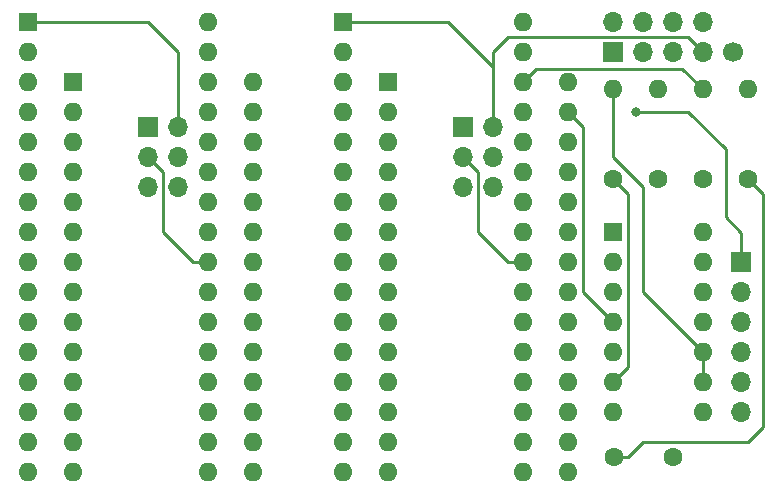
<source format=gbr>
%TF.GenerationSoftware,KiCad,Pcbnew,6.0.0-d3dd2cf0fa~116~ubuntu21.10.1*%
%TF.CreationDate,2022-01-11T21:52:59+01:00*%
%TF.ProjectId,QL_ROM_internal_V2,514c5f52-4f4d-45f6-996e-7465726e616c,rev?*%
%TF.SameCoordinates,Original*%
%TF.FileFunction,Copper,L1,Top*%
%TF.FilePolarity,Positive*%
%FSLAX46Y46*%
G04 Gerber Fmt 4.6, Leading zero omitted, Abs format (unit mm)*
G04 Created by KiCad (PCBNEW 6.0.0-d3dd2cf0fa~116~ubuntu21.10.1) date 2022-01-11 21:52:59*
%MOMM*%
%LPD*%
G01*
G04 APERTURE LIST*
%TA.AperFunction,ComponentPad*%
%ADD10C,1.600000*%
%TD*%
%TA.AperFunction,ComponentPad*%
%ADD11O,1.600000X1.600000*%
%TD*%
%TA.AperFunction,ComponentPad*%
%ADD12R,1.600000X1.600000*%
%TD*%
%TA.AperFunction,ComponentPad*%
%ADD13R,1.700000X1.700000*%
%TD*%
%TA.AperFunction,ComponentPad*%
%ADD14O,1.700000X1.700000*%
%TD*%
%TA.AperFunction,ComponentPad*%
%ADD15C,1.700000*%
%TD*%
%TA.AperFunction,ViaPad*%
%ADD16C,0.800000*%
%TD*%
%TA.AperFunction,Conductor*%
%ADD17C,0.250000*%
%TD*%
G04 APERTURE END LIST*
D10*
%TO.P,R4,1*%
%TO.N,GND*%
X160020000Y-71120000D03*
D11*
%TO.P,R4,2*%
%TO.N,/A18*%
X160020000Y-63500000D03*
%TD*%
D12*
%TO.P,U5,1,A18*%
%TO.N,Net-(J3-Pad2)*%
X99060000Y-57785000D03*
D11*
%TO.P,U5,2,A16*%
%TO.N,Net-(J3-Pad6)*%
X99060000Y-60325000D03*
%TO.P,U5,3,A15*%
%TO.N,/A1*%
X99060000Y-62865000D03*
%TO.P,U5,4,A12*%
%TO.N,Net-(U4-Pad2)*%
X99060000Y-65405000D03*
%TO.P,U5,5,A7*%
%TO.N,Net-(U4-Pad3)*%
X99060000Y-67945000D03*
%TO.P,U5,6,A6*%
%TO.N,Net-(U4-Pad4)*%
X99060000Y-70485000D03*
%TO.P,U5,7,A5*%
%TO.N,Net-(U4-Pad5)*%
X99060000Y-73025000D03*
%TO.P,U5,8,A4*%
%TO.N,Net-(U4-Pad6)*%
X99060000Y-75565000D03*
%TO.P,U5,9,A3*%
%TO.N,Net-(U4-Pad7)*%
X99060000Y-78105000D03*
%TO.P,U5,10,A2*%
%TO.N,Net-(U4-Pad8)*%
X99060000Y-80645000D03*
%TO.P,U5,11,A1*%
%TO.N,Net-(U4-Pad9)*%
X99060000Y-83185000D03*
%TO.P,U5,12,A0*%
%TO.N,Net-(U4-Pad10)*%
X99060000Y-85725000D03*
%TO.P,U5,13,D0*%
%TO.N,Net-(U4-Pad11)*%
X99060000Y-88265000D03*
%TO.P,U5,14,D1*%
%TO.N,Net-(U4-Pad12)*%
X99060000Y-90805000D03*
%TO.P,U5,15,D2*%
%TO.N,Net-(U4-Pad13)*%
X99060000Y-93345000D03*
%TO.P,U5,16,GND*%
%TO.N,Net-(U4-Pad14)*%
X99060000Y-95885000D03*
%TO.P,U5,17,D3*%
%TO.N,Net-(U4-Pad15)*%
X114300000Y-95885000D03*
%TO.P,U5,18,D4*%
%TO.N,Net-(U4-Pad16)*%
X114300000Y-93345000D03*
%TO.P,U5,19,D5*%
%TO.N,Net-(U4-Pad17)*%
X114300000Y-90805000D03*
%TO.P,U5,20,D6*%
%TO.N,Net-(U4-Pad18)*%
X114300000Y-88265000D03*
%TO.P,U5,21,D7*%
%TO.N,Net-(U4-Pad19)*%
X114300000Y-85725000D03*
%TO.P,U5,22,~{CS1}*%
%TO.N,Net-(J3-Pad5)*%
X114300000Y-83185000D03*
%TO.P,U5,23,A10*%
%TO.N,/A2*%
X114300000Y-80645000D03*
%TO.P,U5,24,~{OE}*%
%TO.N,Net-(J3-Pad3)*%
X114300000Y-78105000D03*
%TO.P,U5,25,A11*%
%TO.N,/A4*%
X114300000Y-75565000D03*
%TO.P,U5,26,A9*%
%TO.N,/A5*%
X114300000Y-73025000D03*
%TO.P,U5,27,A8*%
%TO.N,/A6*%
X114300000Y-70485000D03*
%TO.P,U5,28,A13*%
%TO.N,Net-(U4-Pad26)*%
X114300000Y-67945000D03*
%TO.P,U5,29,A14*%
%TO.N,Net-(U4-Pad27)*%
X114300000Y-65405000D03*
%TO.P,U5,30,A17*%
%TO.N,Net-(J3-Pad4)*%
X114300000Y-62865000D03*
%TO.P,U5,31,~{WR}*%
%TO.N,Net-(J3-Pad1)*%
X114300000Y-60325000D03*
%TO.P,U5,32,VCC*%
%TO.N,Net-(U4-Pad28)*%
X114300000Y-57785000D03*
%TD*%
D10*
%TO.P,R1,1*%
%TO.N,Net-(R1-Pad1)*%
X148590000Y-71120000D03*
D11*
%TO.P,R1,2*%
%TO.N,Net-(J1-Pad1)*%
X148590000Y-63500000D03*
%TD*%
D12*
%TO.P,U1,1,VPP*%
%TO.N,unconnected-(U1-Pad1)*%
X129530000Y-62875000D03*
D11*
%TO.P,U1,2,A12*%
%TO.N,/A12*%
X129530000Y-65415000D03*
%TO.P,U1,3,A7*%
%TO.N,/A7*%
X129530000Y-67955000D03*
%TO.P,U1,4,A6*%
%TO.N,/A6*%
X129530000Y-70495000D03*
%TO.P,U1,5,A5*%
%TO.N,/A5*%
X129530000Y-73035000D03*
%TO.P,U1,6,A4*%
%TO.N,/A4*%
X129530000Y-75575000D03*
%TO.P,U1,7,A3*%
%TO.N,/A3*%
X129530000Y-78115000D03*
%TO.P,U1,8,A2*%
%TO.N,/A2*%
X129530000Y-80655000D03*
%TO.P,U1,9,A1*%
%TO.N,/A1*%
X129530000Y-83195000D03*
%TO.P,U1,10,A0*%
%TO.N,/A0*%
X129530000Y-85735000D03*
%TO.P,U1,11,D0*%
%TO.N,/D0*%
X129530000Y-88275000D03*
%TO.P,U1,12,D1*%
%TO.N,/D1*%
X129530000Y-90815000D03*
%TO.P,U1,13,D2*%
%TO.N,/D2*%
X129530000Y-93355000D03*
%TO.P,U1,14,GND*%
%TO.N,GND*%
X129530000Y-95895000D03*
%TO.P,U1,15,D3*%
%TO.N,/D3*%
X144770000Y-95895000D03*
%TO.P,U1,16,D4*%
%TO.N,/D4*%
X144770000Y-93355000D03*
%TO.P,U1,17,D5*%
%TO.N,/D5*%
X144770000Y-90815000D03*
%TO.P,U1,18,D6*%
%TO.N,/D6*%
X144770000Y-88275000D03*
%TO.P,U1,19,D7*%
%TO.N,/D7*%
X144770000Y-85735000D03*
%TO.P,U1,20,~{CE}*%
%TO.N,/A15*%
X144770000Y-83195000D03*
%TO.P,U1,21,A10*%
%TO.N,/A10*%
X144770000Y-80655000D03*
%TO.P,U1,22,~{OE}*%
%TO.N,Net-(U1-Pad22)*%
X144770000Y-78115000D03*
%TO.P,U1,23,A11*%
%TO.N,/A11*%
X144770000Y-75575000D03*
%TO.P,U1,24,A9*%
%TO.N,/A9*%
X144770000Y-73035000D03*
%TO.P,U1,25,A8*%
%TO.N,/A8*%
X144770000Y-70495000D03*
%TO.P,U1,26,A13*%
%TO.N,/A13*%
X144770000Y-67955000D03*
%TO.P,U1,27,A14*%
%TO.N,/A14*%
X144770000Y-65415000D03*
%TO.P,U1,28,VCC*%
%TO.N,VCC*%
X144770000Y-62875000D03*
%TD*%
D12*
%TO.P,U3,1*%
%TO.N,Net-(U1-Pad22)*%
X148600000Y-75560000D03*
D11*
%TO.P,U3,2*%
X148600000Y-78100000D03*
%TO.P,U3,3*%
%TO.N,Net-(J2-Pad4)*%
X148600000Y-80640000D03*
%TO.P,U3,4*%
%TO.N,/A14*%
X148600000Y-83180000D03*
%TO.P,U3,5*%
%TO.N,/A15*%
X148600000Y-85720000D03*
%TO.P,U3,6*%
%TO.N,Net-(R1-Pad1)*%
X148600000Y-88260000D03*
%TO.P,U3,7,GND*%
%TO.N,GND*%
X148600000Y-90800000D03*
%TO.P,U3,8*%
%TO.N,Net-(J2-Pad6)*%
X156220000Y-90800000D03*
%TO.P,U3,9*%
%TO.N,Net-(J1-Pad1)*%
X156220000Y-88260000D03*
%TO.P,U3,10*%
X156220000Y-85720000D03*
%TO.P,U3,11*%
%TO.N,unconnected-(U3-Pad11)*%
X156220000Y-83180000D03*
%TO.P,U3,12*%
%TO.N,unconnected-(U3-Pad12)*%
X156220000Y-80640000D03*
%TO.P,U3,13*%
%TO.N,unconnected-(U3-Pad13)*%
X156220000Y-78100000D03*
%TO.P,U3,14,VCC*%
%TO.N,VCC*%
X156220000Y-75560000D03*
%TD*%
D13*
%TO.P,J2,1,Pin_1*%
%TO.N,Net-(J2-Pad1)*%
X159455000Y-78105000D03*
D14*
%TO.P,J2,2,Pin_2*%
%TO.N,VCC*%
X159455000Y-80645000D03*
%TO.P,J2,3,Pin_3*%
%TO.N,Net-(J2-Pad3)*%
X159455000Y-83185000D03*
%TO.P,J2,4,Pin_4*%
%TO.N,Net-(J2-Pad4)*%
X159455000Y-85725000D03*
%TO.P,J2,5,Pin_5*%
%TO.N,Net-(J2-Pad5)*%
X159455000Y-88265000D03*
%TO.P,J2,6,Pin_6*%
%TO.N,Net-(J2-Pad6)*%
X159455000Y-90805000D03*
%TD*%
D13*
%TO.P,J3,1,Pin_1*%
%TO.N,Net-(J3-Pad1)*%
X109215000Y-66690000D03*
D14*
%TO.P,J3,2,Pin_2*%
%TO.N,Net-(J3-Pad2)*%
X111755000Y-66690000D03*
%TO.P,J3,3,Pin_3*%
%TO.N,Net-(J3-Pad3)*%
X109215000Y-69230000D03*
%TO.P,J3,4,Pin_4*%
%TO.N,Net-(J3-Pad4)*%
X111755000Y-69230000D03*
%TO.P,J3,5,Pin_5*%
%TO.N,Net-(J3-Pad5)*%
X109215000Y-71770000D03*
%TO.P,J3,6,Pin_6*%
%TO.N,Net-(J3-Pad6)*%
X111755000Y-71770000D03*
%TD*%
D10*
%TO.P,R3,1*%
%TO.N,GND*%
X156210000Y-71120000D03*
D11*
%TO.P,R3,2*%
%TO.N,/A17*%
X156210000Y-63500000D03*
%TD*%
D13*
%TO.P,J1,1,Pin_1*%
%TO.N,Net-(J1-Pad1)*%
X148600000Y-60325000D03*
D14*
%TO.P,J1,2,Pin_2*%
%TO.N,VCC*%
X148600000Y-57785000D03*
%TO.P,J1,3,Pin_3*%
%TO.N,/A16*%
X151140000Y-60325000D03*
%TO.P,J1,4,Pin_4*%
%TO.N,VCC*%
X151140000Y-57785000D03*
%TO.P,J1,5,Pin_5*%
%TO.N,/A17*%
X153680000Y-60325000D03*
%TO.P,J1,6,Pin_6*%
%TO.N,VCC*%
X153680000Y-57785000D03*
%TO.P,J1,7,Pin_7*%
%TO.N,/A18*%
X156220000Y-60325000D03*
%TO.P,J1,8,Pin_8*%
%TO.N,VCC*%
X156220000Y-57785000D03*
%TD*%
D12*
%TO.P,U2,1,A18*%
%TO.N,/A18*%
X125725000Y-57785000D03*
D11*
%TO.P,U2,2,A16*%
%TO.N,/A16*%
X125725000Y-60325000D03*
%TO.P,U2,3,A15*%
%TO.N,/A15*%
X125725000Y-62865000D03*
%TO.P,U2,4,A12*%
%TO.N,/A12*%
X125725000Y-65405000D03*
%TO.P,U2,5,A7*%
%TO.N,/A7*%
X125725000Y-67945000D03*
%TO.P,U2,6,A6*%
%TO.N,/A6*%
X125725000Y-70485000D03*
%TO.P,U2,7,A5*%
%TO.N,/A5*%
X125725000Y-73025000D03*
%TO.P,U2,8,A4*%
%TO.N,/A4*%
X125725000Y-75565000D03*
%TO.P,U2,9,A3*%
%TO.N,/A3*%
X125725000Y-78105000D03*
%TO.P,U2,10,A2*%
%TO.N,/A2*%
X125725000Y-80645000D03*
%TO.P,U2,11,A1*%
%TO.N,/A1*%
X125725000Y-83185000D03*
%TO.P,U2,12,A0*%
%TO.N,/A0*%
X125725000Y-85725000D03*
%TO.P,U2,13,D0*%
%TO.N,/D0*%
X125725000Y-88265000D03*
%TO.P,U2,14,D1*%
%TO.N,/D1*%
X125725000Y-90805000D03*
%TO.P,U2,15,D2*%
%TO.N,/D2*%
X125725000Y-93345000D03*
%TO.P,U2,16,GND*%
%TO.N,GND*%
X125725000Y-95885000D03*
%TO.P,U2,17,D3*%
%TO.N,/D3*%
X140965000Y-95885000D03*
%TO.P,U2,18,D4*%
%TO.N,/D4*%
X140965000Y-93345000D03*
%TO.P,U2,19,D5*%
%TO.N,/D5*%
X140965000Y-90805000D03*
%TO.P,U2,20,D6*%
%TO.N,/D6*%
X140965000Y-88265000D03*
%TO.P,U2,21,D7*%
%TO.N,/D7*%
X140965000Y-85725000D03*
%TO.P,U2,22,~{CS1}*%
%TO.N,Net-(J2-Pad5)*%
X140965000Y-83185000D03*
%TO.P,U2,23,A10*%
%TO.N,/A10*%
X140965000Y-80645000D03*
%TO.P,U2,24,~{OE}*%
%TO.N,Net-(J2-Pad3)*%
X140965000Y-78105000D03*
%TO.P,U2,25,A11*%
%TO.N,/A11*%
X140965000Y-75565000D03*
%TO.P,U2,26,A9*%
%TO.N,/A9*%
X140965000Y-73025000D03*
%TO.P,U2,27,A8*%
%TO.N,/A8*%
X140965000Y-70485000D03*
%TO.P,U2,28,A13*%
%TO.N,/A13*%
X140965000Y-67945000D03*
%TO.P,U2,29,A14*%
%TO.N,/A14*%
X140965000Y-65405000D03*
%TO.P,U2,30,A17*%
%TO.N,/A17*%
X140965000Y-62865000D03*
%TO.P,U2,31,~{WR}*%
%TO.N,Net-(J2-Pad1)*%
X140965000Y-60325000D03*
%TO.P,U2,32,VCC*%
%TO.N,VCC*%
X140965000Y-57785000D03*
%TD*%
D10*
%TO.P,R2,1*%
%TO.N,GND*%
X152400000Y-71120000D03*
D11*
%TO.P,R2,2*%
%TO.N,/A16*%
X152400000Y-63500000D03*
%TD*%
D15*
%TO.P,J5,1,Pin_1*%
%TO.N,VCC*%
X158750000Y-60325000D03*
%TD*%
D10*
%TO.P,C1,1*%
%TO.N,VCC*%
X153630000Y-94615000D03*
%TO.P,C1,2*%
%TO.N,GND*%
X148630000Y-94615000D03*
%TD*%
D12*
%TO.P,U4,1,VPP*%
%TO.N,unconnected-(U4-Pad1)*%
X102870000Y-62865000D03*
D11*
%TO.P,U4,2,A12*%
%TO.N,Net-(U4-Pad2)*%
X102870000Y-65405000D03*
%TO.P,U4,3,A7*%
%TO.N,Net-(U4-Pad3)*%
X102870000Y-67945000D03*
%TO.P,U4,4,A6*%
%TO.N,Net-(U4-Pad4)*%
X102870000Y-70485000D03*
%TO.P,U4,5,A5*%
%TO.N,Net-(U4-Pad5)*%
X102870000Y-73025000D03*
%TO.P,U4,6,A4*%
%TO.N,Net-(U4-Pad6)*%
X102870000Y-75565000D03*
%TO.P,U4,7,A3*%
%TO.N,Net-(U4-Pad7)*%
X102870000Y-78105000D03*
%TO.P,U4,8,A2*%
%TO.N,Net-(U4-Pad8)*%
X102870000Y-80645000D03*
%TO.P,U4,9,A1*%
%TO.N,Net-(U4-Pad9)*%
X102870000Y-83185000D03*
%TO.P,U4,10,A0*%
%TO.N,Net-(U4-Pad10)*%
X102870000Y-85725000D03*
%TO.P,U4,11,D0*%
%TO.N,Net-(U4-Pad11)*%
X102870000Y-88265000D03*
%TO.P,U4,12,D1*%
%TO.N,Net-(U4-Pad12)*%
X102870000Y-90805000D03*
%TO.P,U4,13,D2*%
%TO.N,Net-(U4-Pad13)*%
X102870000Y-93345000D03*
%TO.P,U4,14,GND*%
%TO.N,Net-(U4-Pad14)*%
X102870000Y-95885000D03*
%TO.P,U4,15,D3*%
%TO.N,Net-(U4-Pad15)*%
X118110000Y-95885000D03*
%TO.P,U4,16,D4*%
%TO.N,Net-(U4-Pad16)*%
X118110000Y-93345000D03*
%TO.P,U4,17,D5*%
%TO.N,Net-(U4-Pad17)*%
X118110000Y-90805000D03*
%TO.P,U4,18,D6*%
%TO.N,Net-(U4-Pad18)*%
X118110000Y-88265000D03*
%TO.P,U4,19,D7*%
%TO.N,Net-(U4-Pad19)*%
X118110000Y-85725000D03*
%TO.P,U4,20,~{CE}*%
%TO.N,/A1*%
X118110000Y-83185000D03*
%TO.P,U4,21,A10*%
%TO.N,/A2*%
X118110000Y-80645000D03*
%TO.P,U4,22,~{OE}*%
%TO.N,/A3*%
X118110000Y-78105000D03*
%TO.P,U4,23,A11*%
%TO.N,/A4*%
X118110000Y-75565000D03*
%TO.P,U4,24,A9*%
%TO.N,/A5*%
X118110000Y-73025000D03*
%TO.P,U4,25,A8*%
%TO.N,/A6*%
X118110000Y-70485000D03*
%TO.P,U4,26,A13*%
%TO.N,Net-(U4-Pad26)*%
X118110000Y-67945000D03*
%TO.P,U4,27,A14*%
%TO.N,Net-(U4-Pad27)*%
X118110000Y-65405000D03*
%TO.P,U4,28,VCC*%
%TO.N,Net-(U4-Pad28)*%
X118110000Y-62865000D03*
%TD*%
D13*
%TO.P,J4,1,Pin_1*%
%TO.N,Net-(J2-Pad1)*%
X135880000Y-66690000D03*
D14*
%TO.P,J4,2,Pin_2*%
%TO.N,/A18*%
X138420000Y-66690000D03*
%TO.P,J4,3,Pin_3*%
%TO.N,Net-(J2-Pad3)*%
X135880000Y-69230000D03*
%TO.P,J4,4,Pin_4*%
%TO.N,/A17*%
X138420000Y-69230000D03*
%TO.P,J4,5,Pin_5*%
%TO.N,Net-(J2-Pad5)*%
X135880000Y-71770000D03*
%TO.P,J4,6,Pin_6*%
%TO.N,/A16*%
X138420000Y-71770000D03*
%TD*%
D16*
%TO.N,Net-(J2-Pad1)*%
X150495000Y-65405000D03*
%TD*%
D17*
%TO.N,GND*%
X160020000Y-93345000D02*
X151130000Y-93345000D01*
X151130000Y-93345000D02*
X149860000Y-94615000D01*
X161290000Y-92075000D02*
X160020000Y-93345000D01*
X149860000Y-94615000D02*
X148630000Y-94615000D01*
X160020000Y-71120000D02*
X161290000Y-72390000D01*
X161290000Y-72390000D02*
X161290000Y-92075000D01*
%TO.N,/A14*%
X148600000Y-83180000D02*
X146050000Y-80630000D01*
X146050000Y-66695000D02*
X144770000Y-65415000D01*
X146050000Y-80630000D02*
X146050000Y-66695000D01*
%TO.N,Net-(J2-Pad1)*%
X158115000Y-68580000D02*
X158115000Y-74295000D01*
X150495000Y-65405000D02*
X154940000Y-65405000D01*
X159455000Y-75635000D02*
X159455000Y-78105000D01*
X154940000Y-65405000D02*
X158115000Y-68580000D01*
X158115000Y-74295000D02*
X159455000Y-75635000D01*
%TO.N,/A18*%
X138420000Y-61585000D02*
X134620000Y-57785000D01*
X138430000Y-60325000D02*
X138430000Y-62865000D01*
X138420000Y-66690000D02*
X138420000Y-61585000D01*
X139700000Y-59055000D02*
X138430000Y-60325000D01*
X154950000Y-59055000D02*
X139700000Y-59055000D01*
X156220000Y-60325000D02*
X154950000Y-59055000D01*
X134620000Y-57785000D02*
X125725000Y-57785000D01*
%TO.N,Net-(J2-Pad3)*%
X137135000Y-70485000D02*
X137160000Y-70485000D01*
X137160000Y-75565000D02*
X139700000Y-78105000D01*
X135880000Y-69230000D02*
X137135000Y-70485000D01*
X139700000Y-78105000D02*
X140965000Y-78105000D01*
X137160000Y-70485000D02*
X137160000Y-75565000D01*
%TO.N,/A17*%
X154460489Y-61750489D02*
X156210000Y-63500000D01*
X140965000Y-62865000D02*
X142079511Y-61750489D01*
X142079511Y-61750489D02*
X154460489Y-61750489D01*
%TO.N,Net-(J1-Pad1)*%
X156220000Y-88260000D02*
X156220000Y-85720000D01*
X151130000Y-71755000D02*
X148590000Y-69215000D01*
X151130000Y-80630000D02*
X151130000Y-71755000D01*
X148590000Y-69215000D02*
X148590000Y-63500000D01*
X156220000Y-85720000D02*
X151130000Y-80630000D01*
%TO.N,Net-(R1-Pad1)*%
X149860000Y-87000000D02*
X149860000Y-72390000D01*
X148600000Y-88260000D02*
X149860000Y-87000000D01*
X149860000Y-72390000D02*
X148590000Y-71120000D01*
%TO.N,Net-(J3-Pad3)*%
X110490000Y-70485000D02*
X110490000Y-75565000D01*
X109215000Y-69230000D02*
X110470000Y-70485000D01*
X110470000Y-70485000D02*
X110490000Y-70485000D01*
X113030000Y-78105000D02*
X114300000Y-78105000D01*
X110490000Y-75565000D02*
X113030000Y-78105000D01*
%TO.N,Net-(J3-Pad2)*%
X111755000Y-60320000D02*
X109220000Y-57785000D01*
X109220000Y-57785000D02*
X99060000Y-57785000D01*
X111755000Y-66690000D02*
X111755000Y-60320000D01*
%TD*%
M02*

</source>
